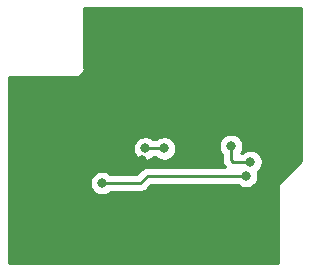
<source format=gbr>
%TF.GenerationSoftware,KiCad,Pcbnew,(5.1.10)-1*%
%TF.CreationDate,2021-10-31T22:14:32-07:00*%
%TF.ProjectId,touch_sensor_fp_board,746f7563-685f-4736-956e-736f725f6670,v1.4*%
%TF.SameCoordinates,Original*%
%TF.FileFunction,Copper,L2,Bot*%
%TF.FilePolarity,Positive*%
%FSLAX46Y46*%
G04 Gerber Fmt 4.6, Leading zero omitted, Abs format (unit mm)*
G04 Created by KiCad (PCBNEW (5.1.10)-1) date 2021-10-31 22:14:32*
%MOMM*%
%LPD*%
G01*
G04 APERTURE LIST*
%TA.AperFunction,ViaPad*%
%ADD10C,0.800000*%
%TD*%
%TA.AperFunction,Conductor*%
%ADD11C,0.250000*%
%TD*%
%TA.AperFunction,Conductor*%
%ADD12C,0.254000*%
%TD*%
%TA.AperFunction,Conductor*%
%ADD13C,0.100000*%
%TD*%
G04 APERTURE END LIST*
D10*
%TO.N,GNDREF*%
X161200000Y-87400000D03*
X165125000Y-73050000D03*
X170825000Y-73750000D03*
X169532348Y-79057348D03*
%TO.N,+3V3*%
X169800000Y-78050000D03*
X171400000Y-78050000D03*
X177050000Y-77850000D03*
X178700000Y-79200000D03*
%TO.N,Net-(TP3-Pad1)*%
X178350000Y-80375000D03*
X166150000Y-81000000D03*
%TD*%
D11*
%TO.N,+3V3*%
X169800000Y-78050000D02*
X171400000Y-78050000D01*
X178425000Y-79200000D02*
X178700000Y-79200000D01*
X177050000Y-77850000D02*
X177050000Y-79025000D01*
X177225000Y-79200000D02*
X178700000Y-79200000D01*
X177050000Y-79025000D02*
X177225000Y-79200000D01*
%TO.N,Net-(TP3-Pad1)*%
X178350000Y-80375000D02*
X170000000Y-80375000D01*
X169375000Y-81000000D02*
X166150000Y-81000000D01*
X170000000Y-80375000D02*
X169375000Y-81000000D01*
%TD*%
D12*
%TO.N,GNDREF*%
X182965000Y-79126619D02*
X181281232Y-80810388D01*
X181256053Y-80831052D01*
X181235389Y-80856231D01*
X181235386Y-80856234D01*
X181173575Y-80931550D01*
X181112290Y-81046208D01*
X181074551Y-81170618D01*
X181061808Y-81300000D01*
X181065001Y-81332419D01*
X181065000Y-87765000D01*
X158260000Y-87765000D01*
X158260000Y-80898061D01*
X165115000Y-80898061D01*
X165115000Y-81101939D01*
X165154774Y-81301898D01*
X165232795Y-81490256D01*
X165346063Y-81659774D01*
X165490226Y-81803937D01*
X165659744Y-81917205D01*
X165848102Y-81995226D01*
X166048061Y-82035000D01*
X166251939Y-82035000D01*
X166451898Y-81995226D01*
X166640256Y-81917205D01*
X166809774Y-81803937D01*
X166853711Y-81760000D01*
X169337678Y-81760000D01*
X169375000Y-81763676D01*
X169412322Y-81760000D01*
X169412333Y-81760000D01*
X169523986Y-81749003D01*
X169667247Y-81705546D01*
X169799276Y-81634974D01*
X169915001Y-81540001D01*
X169938803Y-81510998D01*
X170314802Y-81135000D01*
X177646289Y-81135000D01*
X177690226Y-81178937D01*
X177859744Y-81292205D01*
X178048102Y-81370226D01*
X178248061Y-81410000D01*
X178451939Y-81410000D01*
X178651898Y-81370226D01*
X178840256Y-81292205D01*
X179009774Y-81178937D01*
X179153937Y-81034774D01*
X179267205Y-80865256D01*
X179345226Y-80676898D01*
X179385000Y-80476939D01*
X179385000Y-80273061D01*
X179345226Y-80073102D01*
X179325941Y-80026544D01*
X179359774Y-80003937D01*
X179503937Y-79859774D01*
X179617205Y-79690256D01*
X179695226Y-79501898D01*
X179735000Y-79301939D01*
X179735000Y-79098061D01*
X179695226Y-78898102D01*
X179617205Y-78709744D01*
X179503937Y-78540226D01*
X179359774Y-78396063D01*
X179190256Y-78282795D01*
X179001898Y-78204774D01*
X178801939Y-78165000D01*
X178598061Y-78165000D01*
X178398102Y-78204774D01*
X178209744Y-78282795D01*
X178040226Y-78396063D01*
X177996289Y-78440000D01*
X177900558Y-78440000D01*
X177967205Y-78340256D01*
X178045226Y-78151898D01*
X178085000Y-77951939D01*
X178085000Y-77748061D01*
X178045226Y-77548102D01*
X177967205Y-77359744D01*
X177853937Y-77190226D01*
X177709774Y-77046063D01*
X177540256Y-76932795D01*
X177351898Y-76854774D01*
X177151939Y-76815000D01*
X176948061Y-76815000D01*
X176748102Y-76854774D01*
X176559744Y-76932795D01*
X176390226Y-77046063D01*
X176246063Y-77190226D01*
X176132795Y-77359744D01*
X176054774Y-77548102D01*
X176015000Y-77748061D01*
X176015000Y-77951939D01*
X176054774Y-78151898D01*
X176132795Y-78340256D01*
X176246063Y-78509774D01*
X176290001Y-78553712D01*
X176290001Y-78987668D01*
X176286324Y-79025000D01*
X176300998Y-79173985D01*
X176344454Y-79317246D01*
X176415026Y-79449276D01*
X176480768Y-79529382D01*
X176510000Y-79565001D01*
X176538997Y-79588798D01*
X176565199Y-79615000D01*
X170037322Y-79615000D01*
X169999999Y-79611324D01*
X169962676Y-79615000D01*
X169962667Y-79615000D01*
X169851014Y-79625997D01*
X169707753Y-79669454D01*
X169575724Y-79740026D01*
X169575722Y-79740027D01*
X169575723Y-79740027D01*
X169488996Y-79811201D01*
X169488992Y-79811205D01*
X169459999Y-79834999D01*
X169436205Y-79863992D01*
X169060198Y-80240000D01*
X166853711Y-80240000D01*
X166809774Y-80196063D01*
X166640256Y-80082795D01*
X166451898Y-80004774D01*
X166251939Y-79965000D01*
X166048061Y-79965000D01*
X165848102Y-80004774D01*
X165659744Y-80082795D01*
X165490226Y-80196063D01*
X165346063Y-80340226D01*
X165232795Y-80509744D01*
X165154774Y-80698102D01*
X165115000Y-80898061D01*
X158260000Y-80898061D01*
X158260000Y-77948061D01*
X168765000Y-77948061D01*
X168765000Y-78151939D01*
X168804774Y-78351898D01*
X168882795Y-78540256D01*
X168996063Y-78709774D01*
X169140226Y-78853937D01*
X169309744Y-78967205D01*
X169498102Y-79045226D01*
X169698061Y-79085000D01*
X169901939Y-79085000D01*
X170101898Y-79045226D01*
X170290256Y-78967205D01*
X170459774Y-78853937D01*
X170503711Y-78810000D01*
X170696289Y-78810000D01*
X170740226Y-78853937D01*
X170909744Y-78967205D01*
X171098102Y-79045226D01*
X171298061Y-79085000D01*
X171501939Y-79085000D01*
X171701898Y-79045226D01*
X171890256Y-78967205D01*
X172059774Y-78853937D01*
X172203937Y-78709774D01*
X172317205Y-78540256D01*
X172395226Y-78351898D01*
X172435000Y-78151939D01*
X172435000Y-77948061D01*
X172395226Y-77748102D01*
X172317205Y-77559744D01*
X172203937Y-77390226D01*
X172059774Y-77246063D01*
X171890256Y-77132795D01*
X171701898Y-77054774D01*
X171501939Y-77015000D01*
X171298061Y-77015000D01*
X171098102Y-77054774D01*
X170909744Y-77132795D01*
X170740226Y-77246063D01*
X170696289Y-77290000D01*
X170503711Y-77290000D01*
X170459774Y-77246063D01*
X170290256Y-77132795D01*
X170101898Y-77054774D01*
X169901939Y-77015000D01*
X169698061Y-77015000D01*
X169498102Y-77054774D01*
X169309744Y-77132795D01*
X169140226Y-77246063D01*
X168996063Y-77390226D01*
X168882795Y-77559744D01*
X168804774Y-77748102D01*
X168765000Y-77948061D01*
X158260000Y-77948061D01*
X158260000Y-71985000D01*
X163967581Y-71985000D01*
X164000000Y-71988193D01*
X164032419Y-71985000D01*
X164129383Y-71975450D01*
X164253793Y-71937710D01*
X164368450Y-71876425D01*
X164468948Y-71793948D01*
X164551425Y-71693450D01*
X164612710Y-71578793D01*
X164650450Y-71454383D01*
X164663193Y-71325000D01*
X164660000Y-71292581D01*
X164660000Y-66160000D01*
X182965001Y-66160000D01*
X182965000Y-79126619D01*
%TA.AperFunction,Conductor*%
D13*
G36*
X182965000Y-79126619D02*
G01*
X181281232Y-80810388D01*
X181256053Y-80831052D01*
X181235389Y-80856231D01*
X181235386Y-80856234D01*
X181173575Y-80931550D01*
X181112290Y-81046208D01*
X181074551Y-81170618D01*
X181061808Y-81300000D01*
X181065001Y-81332419D01*
X181065000Y-87765000D01*
X158260000Y-87765000D01*
X158260000Y-80898061D01*
X165115000Y-80898061D01*
X165115000Y-81101939D01*
X165154774Y-81301898D01*
X165232795Y-81490256D01*
X165346063Y-81659774D01*
X165490226Y-81803937D01*
X165659744Y-81917205D01*
X165848102Y-81995226D01*
X166048061Y-82035000D01*
X166251939Y-82035000D01*
X166451898Y-81995226D01*
X166640256Y-81917205D01*
X166809774Y-81803937D01*
X166853711Y-81760000D01*
X169337678Y-81760000D01*
X169375000Y-81763676D01*
X169412322Y-81760000D01*
X169412333Y-81760000D01*
X169523986Y-81749003D01*
X169667247Y-81705546D01*
X169799276Y-81634974D01*
X169915001Y-81540001D01*
X169938803Y-81510998D01*
X170314802Y-81135000D01*
X177646289Y-81135000D01*
X177690226Y-81178937D01*
X177859744Y-81292205D01*
X178048102Y-81370226D01*
X178248061Y-81410000D01*
X178451939Y-81410000D01*
X178651898Y-81370226D01*
X178840256Y-81292205D01*
X179009774Y-81178937D01*
X179153937Y-81034774D01*
X179267205Y-80865256D01*
X179345226Y-80676898D01*
X179385000Y-80476939D01*
X179385000Y-80273061D01*
X179345226Y-80073102D01*
X179325941Y-80026544D01*
X179359774Y-80003937D01*
X179503937Y-79859774D01*
X179617205Y-79690256D01*
X179695226Y-79501898D01*
X179735000Y-79301939D01*
X179735000Y-79098061D01*
X179695226Y-78898102D01*
X179617205Y-78709744D01*
X179503937Y-78540226D01*
X179359774Y-78396063D01*
X179190256Y-78282795D01*
X179001898Y-78204774D01*
X178801939Y-78165000D01*
X178598061Y-78165000D01*
X178398102Y-78204774D01*
X178209744Y-78282795D01*
X178040226Y-78396063D01*
X177996289Y-78440000D01*
X177900558Y-78440000D01*
X177967205Y-78340256D01*
X178045226Y-78151898D01*
X178085000Y-77951939D01*
X178085000Y-77748061D01*
X178045226Y-77548102D01*
X177967205Y-77359744D01*
X177853937Y-77190226D01*
X177709774Y-77046063D01*
X177540256Y-76932795D01*
X177351898Y-76854774D01*
X177151939Y-76815000D01*
X176948061Y-76815000D01*
X176748102Y-76854774D01*
X176559744Y-76932795D01*
X176390226Y-77046063D01*
X176246063Y-77190226D01*
X176132795Y-77359744D01*
X176054774Y-77548102D01*
X176015000Y-77748061D01*
X176015000Y-77951939D01*
X176054774Y-78151898D01*
X176132795Y-78340256D01*
X176246063Y-78509774D01*
X176290001Y-78553712D01*
X176290001Y-78987668D01*
X176286324Y-79025000D01*
X176300998Y-79173985D01*
X176344454Y-79317246D01*
X176415026Y-79449276D01*
X176480768Y-79529382D01*
X176510000Y-79565001D01*
X176538997Y-79588798D01*
X176565199Y-79615000D01*
X170037322Y-79615000D01*
X169999999Y-79611324D01*
X169962676Y-79615000D01*
X169962667Y-79615000D01*
X169851014Y-79625997D01*
X169707753Y-79669454D01*
X169575724Y-79740026D01*
X169575722Y-79740027D01*
X169575723Y-79740027D01*
X169488996Y-79811201D01*
X169488992Y-79811205D01*
X169459999Y-79834999D01*
X169436205Y-79863992D01*
X169060198Y-80240000D01*
X166853711Y-80240000D01*
X166809774Y-80196063D01*
X166640256Y-80082795D01*
X166451898Y-80004774D01*
X166251939Y-79965000D01*
X166048061Y-79965000D01*
X165848102Y-80004774D01*
X165659744Y-80082795D01*
X165490226Y-80196063D01*
X165346063Y-80340226D01*
X165232795Y-80509744D01*
X165154774Y-80698102D01*
X165115000Y-80898061D01*
X158260000Y-80898061D01*
X158260000Y-77948061D01*
X168765000Y-77948061D01*
X168765000Y-78151939D01*
X168804774Y-78351898D01*
X168882795Y-78540256D01*
X168996063Y-78709774D01*
X169140226Y-78853937D01*
X169309744Y-78967205D01*
X169498102Y-79045226D01*
X169698061Y-79085000D01*
X169901939Y-79085000D01*
X170101898Y-79045226D01*
X170290256Y-78967205D01*
X170459774Y-78853937D01*
X170503711Y-78810000D01*
X170696289Y-78810000D01*
X170740226Y-78853937D01*
X170909744Y-78967205D01*
X171098102Y-79045226D01*
X171298061Y-79085000D01*
X171501939Y-79085000D01*
X171701898Y-79045226D01*
X171890256Y-78967205D01*
X172059774Y-78853937D01*
X172203937Y-78709774D01*
X172317205Y-78540256D01*
X172395226Y-78351898D01*
X172435000Y-78151939D01*
X172435000Y-77948061D01*
X172395226Y-77748102D01*
X172317205Y-77559744D01*
X172203937Y-77390226D01*
X172059774Y-77246063D01*
X171890256Y-77132795D01*
X171701898Y-77054774D01*
X171501939Y-77015000D01*
X171298061Y-77015000D01*
X171098102Y-77054774D01*
X170909744Y-77132795D01*
X170740226Y-77246063D01*
X170696289Y-77290000D01*
X170503711Y-77290000D01*
X170459774Y-77246063D01*
X170290256Y-77132795D01*
X170101898Y-77054774D01*
X169901939Y-77015000D01*
X169698061Y-77015000D01*
X169498102Y-77054774D01*
X169309744Y-77132795D01*
X169140226Y-77246063D01*
X168996063Y-77390226D01*
X168882795Y-77559744D01*
X168804774Y-77748102D01*
X168765000Y-77948061D01*
X158260000Y-77948061D01*
X158260000Y-71985000D01*
X163967581Y-71985000D01*
X164000000Y-71988193D01*
X164032419Y-71985000D01*
X164129383Y-71975450D01*
X164253793Y-71937710D01*
X164368450Y-71876425D01*
X164468948Y-71793948D01*
X164551425Y-71693450D01*
X164612710Y-71578793D01*
X164650450Y-71454383D01*
X164663193Y-71325000D01*
X164660000Y-71292581D01*
X164660000Y-66160000D01*
X182965001Y-66160000D01*
X182965000Y-79126619D01*
G37*
%TD.AperFunction*%
%TD*%
M02*

</source>
